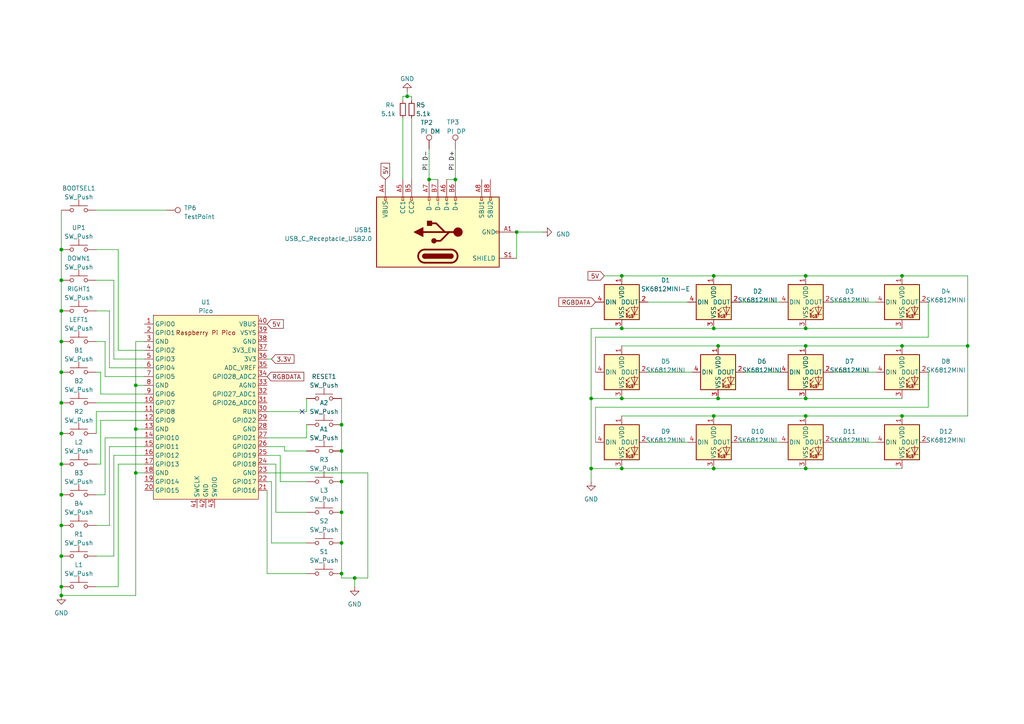
<source format=kicad_sch>
(kicad_sch (version 20230121) (generator eeschema)
  (paper "A4")
  (lib_symbols
    (symbol "Connector:TestPoint" (pin_numbers hide) (pin_names (offset 0.762) hide)
      (property "Reference" "TP" (at 0 6.858 0))
      (property "Value" "TestPoint" (at 0 5.08 0))
      (symbol "TestPoint_0_1"
        (circle (center 0 3.302) (radius 0.762))
      )
      (symbol "TestPoint_1_1"
        (pin passive line (at 0 0 90) (length 2.54) (name "1") (number "1"))
      )
    )
    (symbol "Connector:USB_C_Receptacle_USB2.0" (pin_names (offset 1.016))
      (property "Reference" "J" (at -10.16 19.05 0))
      (property "Value" "USB_C_Receptacle_USB2.0" (at 19.05 19.05 0))
      (symbol "USB_C_Receptacle_USB2.0_0_0"
        (rectangle (start -0.254 -17.78) (end 0.254 -16.764))
        (rectangle (start 10.16 -14.986) (end 9.144 -15.494))
        (rectangle (start 10.16 -12.446) (end 9.144 -12.954))
        (rectangle (start 10.16 -4.826) (end 9.144 -5.334))
        (rectangle (start 10.16 -2.286) (end 9.144 -2.794))
        (rectangle (start 10.16 0.254) (end 9.144 -0.254))
        (rectangle (start 10.16 2.794) (end 9.144 2.286))
        (rectangle (start 10.16 7.874) (end 9.144 7.366))
        (rectangle (start 10.16 10.414) (end 9.144 9.906))
        (rectangle (start 10.16 15.494) (end 9.144 14.986))
      )
      (symbol "USB_C_Receptacle_USB2.0_0_1"
        (rectangle (start -10.16 17.78) (end 10.16 -17.78) (stroke (width 0.254)) (fill (type background)))
        (arc (start -8.89 -3.81) (mid -6.985 -5.7067) (end -5.08 -3.81) (stroke (width 0.508)))
        (arc (start -7.62 -3.81) (mid -6.985 -4.4423) (end -6.35 -3.81) (stroke (width 0.254)))
        (arc (start -7.62 -3.81) (mid -6.985 -4.4423) (end -6.35 -3.81) (stroke (width 0.254)) (fill (type outline)))
        (rectangle (start -7.62 -3.81) (end -6.35 3.81) (stroke (width 0.254)) (fill (type outline)))
        (arc (start -6.35 3.81) (mid -6.985 4.4423) (end -7.62 3.81) (stroke (width 0.254)))
        (arc (start -6.35 3.81) (mid -6.985 4.4423) (end -7.62 3.81) (stroke (width 0.254)) (fill (type outline)))
        (arc (start -5.08 3.81) (mid -6.985 5.7067) (end -8.89 3.81) (stroke (width 0.508)))
        (circle (center -2.54 1.143) (radius 0.635) (stroke (width 0.254)) (fill (type outline)))
        (circle (center 0 -5.842) (radius 1.27) (fill (type outline)))
        (polyline (pts (xy -8.89 -3.81) (xy -8.89 3.81)) (stroke (width 0.508)))
        (polyline (pts (xy -5.08 3.81) (xy -5.08 -3.81)) (stroke (width 0.508)))
        (polyline (pts (xy 0 -5.842) (xy 0 4.318)) (stroke (width 0.508)))
        (polyline (pts (xy 0 -3.302) (xy -2.54 -0.762) (xy -2.54 0.508)) (stroke (width 0.508)))
        (polyline (pts (xy 0 -2.032) (xy 2.54 0.508) (xy 2.54 1.778)) (stroke (width 0.508)))
        (polyline (pts (xy -1.27 4.318) (xy 0 6.858) (xy 1.27 4.318) (xy -1.27 4.318)) (stroke (width 0.254)) (fill (type outline)))
        (rectangle (start 1.905 1.778) (end 3.175 3.048) (stroke (width 0.254)) (fill (type outline)))
      )
      (symbol "USB_C_Receptacle_USB2.0_1_1"
        (pin passive line (at 0 -22.86 90) (length 5.08) (name "GND") (number "A1"))
        (pin passive line (at 0 -22.86 90) (length 5.08) hide (name "GND") (number "A12"))
        (pin passive line (at 15.24 15.24 180) (length 5.08) (name "VBUS") (number "A4"))
        (pin bidirectional line (at 15.24 10.16 180) (length 5.08) (name "CC1") (number "A5"))
        (pin bidirectional line (at 15.24 -2.54 180) (length 5.08) (name "D+") (number "A6"))
        (pin bidirectional line (at 15.24 2.54 180) (length 5.08) (name "D-") (number "A7"))
        (pin bidirectional line (at 15.24 -12.7 180) (length 5.08) (name "SBU1") (number "A8"))
        (pin passive line (at 15.24 15.24 180) (length 5.08) hide (name "VBUS") (number "A9"))
        (pin passive line (at 0 -22.86 90) (length 5.08) hide (name "GND") (number "B1"))
        (pin passive line (at 0 -22.86 90) (length 5.08) hide (name "GND") (number "B12"))
        (pin passive line (at 15.24 15.24 180) (length 5.08) hide (name "VBUS") (number "B4"))
        (pin bidirectional line (at 15.24 7.62 180) (length 5.08) (name "CC2") (number "B5"))
        (pin bidirectional line (at 15.24 -5.08 180) (length 5.08) (name "D+") (number "B6"))
        (pin bidirectional line (at 15.24 0 180) (length 5.08) (name "D-") (number "B7"))
        (pin bidirectional line (at 15.24 -15.24 180) (length 5.08) (name "SBU2") (number "B8"))
        (pin passive line (at 15.24 15.24 180) (length 5.08) hide (name "VBUS") (number "B9"))
        (pin passive line (at -7.62 -22.86 90) (length 5.08) (name "SHIELD") (number "S1"))
      )
    )
    (symbol "Device:R_Small" (pin_numbers hide) (pin_names (offset 0.254) hide)
      (property "Reference" "R" (at 0.762 0.508 0))
      (property "Value" "R_Small" (at 0.762 -1.016 0))
      (symbol "R_Small_0_1"
        (rectangle (start -0.762 1.778) (end 0.762 -1.778) (stroke (width 0.2032)))
      )
      (symbol "R_Small_1_1"
        (pin passive line (at 0 2.54 270) (length 0.762) (name "~") (number "1"))
        (pin passive line (at 0 -2.54 90) (length 0.762) (name "~") (number "2"))
      )
    )
    (symbol "MCU_RaspberryPi_and_Boards:Pico"
      (property "Reference" "U" (at -13.97 27.94 0))
      (property "Value" "Pico" (at 0 19.05 0))
      (symbol "Pico_0_0"
        (text "Raspberry Pi Pico" (at 0 21.59 0) (effects (font (size 1.27 1.27))))
      )
      (symbol "Pico_0_1"
        (rectangle (start -15.24 26.67) (end 15.24 -26.67) (fill (type background)))
      )
      (symbol "Pico_1_1"
        (pin bidirectional line (at -17.78 24.13 0) (length 2.54) (name "GPIO0") (number "1"))
        (pin bidirectional line (at -17.78 1.27 0) (length 2.54) (name "GPIO7") (number "10"))
        (pin bidirectional line (at -17.78 -1.27 0) (length 2.54) (name "GPIO8") (number "11"))
        (pin bidirectional line (at -17.78 -3.81 0) (length 2.54) (name "GPIO9") (number "12"))
        (pin power_in line (at -17.78 -6.35 0) (length 2.54) (name "GND") (number "13"))
        (pin bidirectional line (at -17.78 -8.89 0) (length 2.54) (name "GPIO10") (number "14"))
        (pin bidirectional line (at -17.78 -11.43 0) (length 2.54) (name "GPIO11") (number "15"))
        (pin bidirectional line (at -17.78 -13.97 0) (length 2.54) (name "GPIO12") (number "16"))
        (pin bidirectional line (at -17.78 -16.51 0) (length 2.54) (name "GPIO13") (number "17"))
        (pin power_in line (at -17.78 -19.05 0) (length 2.54) (name "GND") (number "18"))
        (pin bidirectional line (at -17.78 -21.59 0) (length 2.54) (name "GPIO14") (number "19"))
        (pin bidirectional line (at -17.78 21.59 0) (length 2.54) (name "GPIO1") (number "2"))
        (pin bidirectional line (at -17.78 -24.13 0) (length 2.54) (name "GPIO15") (number "20"))
        (pin bidirectional line (at 17.78 -24.13 180) (length 2.54) (name "GPIO16") (number "21"))
        (pin bidirectional line (at 17.78 -21.59 180) (length 2.54) (name "GPIO17") (number "22"))
        (pin power_in line (at 17.78 -19.05 180) (length 2.54) (name "GND") (number "23"))
        (pin bidirectional line (at 17.78 -16.51 180) (length 2.54) (name "GPIO18") (number "24"))
        (pin bidirectional line (at 17.78 -13.97 180) (length 2.54) (name "GPIO19") (number "25"))
        (pin bidirectional line (at 17.78 -11.43 180) (length 2.54) (name "GPIO20") (number "26"))
        (pin bidirectional line (at 17.78 -8.89 180) (length 2.54) (name "GPIO21") (number "27"))
        (pin power_in line (at 17.78 -6.35 180) (length 2.54) (name "GND") (number "28"))
        (pin bidirectional line (at 17.78 -3.81 180) (length 2.54) (name "GPIO22") (number "29"))
        (pin power_in line (at -17.78 19.05 0) (length 2.54) (name "GND") (number "3"))
        (pin input line (at 17.78 -1.27 180) (length 2.54) (name "RUN") (number "30"))
        (pin bidirectional line (at 17.78 1.27 180) (length 2.54) (name "GPIO26_ADC0") (number "31"))
        (pin bidirectional line (at 17.78 3.81 180) (length 2.54) (name "GPIO27_ADC1") (number "32"))
        (pin power_in line (at 17.78 6.35 180) (length 2.54) (name "AGND") (number "33"))
        (pin bidirectional line (at 17.78 8.89 180) (length 2.54) (name "GPIO28_ADC2") (number "34"))
        (pin power_in line (at 17.78 11.43 180) (length 2.54) (name "ADC_VREF") (number "35"))
        (pin power_in line (at 17.78 13.97 180) (length 2.54) (name "3V3") (number "36"))
        (pin input line (at 17.78 16.51 180) (length 2.54) (name "3V3_EN") (number "37"))
        (pin bidirectional line (at 17.78 19.05 180) (length 2.54) (name "GND") (number "38"))
        (pin power_in line (at 17.78 21.59 180) (length 2.54) (name "VSYS") (number "39"))
        (pin bidirectional line (at -17.78 16.51 0) (length 2.54) (name "GPIO2") (number "4"))
        (pin power_in line (at 17.78 24.13 180) (length 2.54) (name "VBUS") (number "40"))
        (pin input line (at -2.54 -29.21 90) (length 2.54) (name "SWCLK") (number "41"))
        (pin power_in line (at 0 -29.21 90) (length 2.54) (name "GND") (number "42"))
        (pin bidirectional line (at 2.54 -29.21 90) (length 2.54) (name "SWDIO") (number "43"))
        (pin bidirectional line (at -17.78 13.97 0) (length 2.54) (name "GPIO3") (number "5"))
        (pin bidirectional line (at -17.78 11.43 0) (length 2.54) (name "GPIO4") (number "6"))
        (pin bidirectional line (at -17.78 8.89 0) (length 2.54) (name "GPIO5") (number "7"))
        (pin power_in line (at -17.78 6.35 0) (length 2.54) (name "GND") (number "8"))
        (pin bidirectional line (at -17.78 3.81 0) (length 2.54) (name "GPIO6") (number "9"))
      )
    )
    (symbol "ManaBoard:SK6812MINI-E" (pin_names (offset 0.254))
      (property "Reference" "D" (at 5.08 5.715 0))
      (property "Value" "SK6812MINI-E" (at 1.27 -5.715 0))
      (symbol "SK6812MINI-E_0_0"
        (text "RGB" (at 2.286 -4.191 0) (effects (font (size 0.762 0.762))))
      )
      (symbol "SK6812MINI-E_0_1"
        (polyline (pts (xy 1.27 -3.556) (xy 1.778 -3.556)))
        (polyline (pts (xy 1.27 -2.54) (xy 1.778 -2.54)))
        (polyline (pts (xy 4.699 -3.556) (xy 2.667 -3.556)))
        (polyline (pts (xy 2.286 -2.54) (xy 1.27 -3.556) (xy 1.27 -3.048)))
        (polyline (pts (xy 2.286 -1.524) (xy 1.27 -2.54) (xy 1.27 -2.032)))
        (polyline (pts (xy 3.683 -1.016) (xy 3.683 -3.556) (xy 3.683 -4.064)))
        (polyline (pts (xy 4.699 -1.524) (xy 2.667 -1.524) (xy 3.683 -3.556) (xy 4.699 -1.524)))
        (rectangle (start 5.08 5.08) (end -5.08 -5.08) (stroke (width 0.254)) (fill (type background)))
      )
      (symbol "SK6812MINI-E_1_1"
        (pin power_in line (at 0 7.62 270) (length 2.54) (name "VDD") (number "1"))
        (pin output line (at 7.62 0 180) (length 2.54) (name "DOUT") (number "2"))
        (pin power_in line (at 0 -7.62 90) (length 2.54) (name "VSS") (number "3"))
        (pin input line (at -7.62 0 0) (length 2.54) (name "DIN") (number "4"))
      )
    )
    (symbol "Switch:SW_Push" (pin_numbers hide) (pin_names (offset 1.016) hide)
      (property "Reference" "SW" (at 1.27 2.54 0))
      (property "Value" "SW_Push" (at 0 -1.524 0))
      (symbol "SW_Push_0_1"
        (circle (center -2.032 0) (radius 0.508))
        (polyline (pts (xy 0 1.27) (xy 0 3.048)))
        (polyline (pts (xy 2.54 1.27) (xy -2.54 1.27)))
        (circle (center 2.032 0) (radius 0.508))
        (pin passive line (at -5.08 0 0) (length 2.54) (name "1") (number "1"))
        (pin passive line (at 5.08 0 180) (length 2.54) (name "2") (number "2"))
      )
    )
    (symbol "power:GND" (power) (pin_names (offset 0))
      (property "Value" "GND" (at 0 -3.81 0))
      (symbol "GND_0_1"
        (polyline (pts (xy 0 0) (xy 0 -1.27) (xy 1.27 -1.27) (xy 0 -2.54) (xy -1.27 -1.27) (xy 0 -1.27)))
      )
      (symbol "GND_1_1"
        (pin power_in line (at 0 0 270) (length 0) hide (name "GND") (number "1"))
      )
    )
  )
  (junction (at 233.68 100.33))
  (junction (at 39.37 111.76))
  (junction (at 180.34 115.57))
  (junction (at 132.08 52.07))
  (junction (at 233.68 95.25))
  (junction (at 261.62 100.33))
  (junction (at 17.78 99.06))
  (junction (at 208.28 100.33))
  (junction (at 17.78 170.18))
  (junction (at 99.06 130.81))
  (junction (at 17.78 90.17))
  (junction (at 261.62 120.65))
  (junction (at 233.68 115.57))
  (junction (at 17.78 125.73))
  (junction (at 180.34 95.25))
  (junction (at 261.62 80.01))
  (junction (at 180.34 135.89))
  (junction (at 171.45 115.57))
  (junction (at 17.78 161.29))
  (junction (at 99.06 139.7))
  (junction (at 233.68 120.65))
  (junction (at 17.78 152.4))
  (junction (at 207.01 95.25))
  (junction (at 17.78 172.72))
  (junction (at 99.06 157.48))
  (junction (at 102.87 167.64))
  (junction (at 99.06 123.19))
  (junction (at 208.28 115.57))
  (junction (at 39.37 124.46))
  (junction (at 17.78 116.84))
  (junction (at 17.78 107.95))
  (junction (at 180.34 80.01))
  (junction (at 207.01 80.01))
  (junction (at 17.78 72.39))
  (junction (at 171.45 135.89))
  (junction (at 118.11 27.94))
  (junction (at 233.68 80.01))
  (junction (at 149.86 67.31))
  (junction (at 207.01 120.65))
  (junction (at 280.67 100.33))
  (junction (at 207.01 135.89))
  (junction (at 124.46 52.07))
  (junction (at 99.06 166.37))
  (junction (at 99.06 148.59))
  (junction (at 233.68 135.89))
  (junction (at 17.78 81.28))
  (junction (at 17.78 143.51))
  (junction (at 17.78 134.62))
  (junction (at 39.37 137.16))
  (no_connect (at 87.63 119.38))
  (wire (pts (xy 187.96 87.63) (xy 199.39 87.63)))
  (wire (pts (xy 34.29 170.18) (xy 27.94 170.18)))
  (wire (pts (xy 280.67 100.33) (xy 280.67 120.65)))
  (wire (pts (xy 81.28 132.08) (xy 77.47 132.08)))
  (wire (pts (xy 172.72 118.11) (xy 172.72 128.27)))
  (wire (pts (xy 269.24 97.79) (xy 172.72 97.79)))
  (wire (pts (xy 208.28 115.57) (xy 180.34 115.57)))
  (wire (pts (xy 17.78 134.62) (xy 17.78 143.51)))
  (wire (pts (xy 180.34 80.01) (xy 207.01 80.01)))
  (wire (pts (xy 99.06 115.57) (xy 99.06 123.19)))
  (wire (pts (xy 77.47 142.24) (xy 77.47 166.37)))
  (wire (pts (xy 17.78 99.06) (xy 17.78 107.95)))
  (wire (pts (xy 233.68 120.65) (xy 261.62 120.65)))
  (wire (pts (xy 99.06 123.19) (xy 99.06 130.81)))
  (wire (pts (xy 187.96 128.27) (xy 199.39 128.27)))
  (wire (pts (xy 119.38 27.94) (xy 119.38 29.21)))
  (wire (pts (xy 30.48 127) (xy 41.91 127)))
  (wire (pts (xy 31.75 152.4) (xy 27.94 152.4)))
  (wire (pts (xy 41.91 124.46) (xy 39.37 124.46)))
  (wire (pts (xy 149.86 67.31) (xy 157.48 67.31)))
  (wire (pts (xy 180.34 135.89) (xy 207.01 135.89)))
  (wire (pts (xy 31.75 106.68) (xy 31.75 90.17)))
  (wire (pts (xy 34.29 72.39) (xy 34.29 101.6)))
  (wire (pts (xy 82.55 130.81) (xy 88.9 130.81)))
  (wire (pts (xy 39.37 99.06) (xy 39.37 111.76)))
  (wire (pts (xy 27.94 72.39) (xy 34.29 72.39)))
  (wire (pts (xy 261.62 100.33) (xy 280.67 100.33)))
  (wire (pts (xy 116.84 27.94) (xy 116.84 29.21)))
  (wire (pts (xy 233.68 80.01) (xy 261.62 80.01)))
  (wire (pts (xy 99.06 166.37) (xy 99.06 167.64)))
  (wire (pts (xy 171.45 115.57) (xy 180.34 115.57)))
  (wire (pts (xy 82.55 129.54) (xy 82.55 130.81)))
  (wire (pts (xy 180.34 95.25) (xy 171.45 95.25)))
  (wire (pts (xy 27.94 143.51) (xy 30.48 143.51)))
  (wire (pts (xy 119.38 34.29) (xy 119.38 52.07)))
  (wire (pts (xy 17.78 107.95) (xy 17.78 116.84)))
  (wire (pts (xy 29.21 134.62) (xy 27.94 134.62)))
  (wire (pts (xy 17.78 161.29) (xy 17.78 170.18)))
  (wire (pts (xy 269.24 87.63) (xy 269.24 97.79)))
  (wire (pts (xy 33.02 161.29) (xy 33.02 132.08)))
  (wire (pts (xy 88.9 157.48) (xy 78.74 157.48)))
  (wire (pts (xy 17.78 125.73) (xy 17.78 134.62)))
  (wire (pts (xy 29.21 107.95) (xy 29.21 114.3)))
  (wire (pts (xy 118.11 26.67) (xy 118.11 27.94)))
  (wire (pts (xy 80.01 134.62) (xy 80.01 148.59)))
  (wire (pts (xy 30.48 143.51) (xy 30.48 127)))
  (wire (pts (xy 241.3 87.63) (xy 254 87.63)))
  (wire (pts (xy 41.91 111.76) (xy 39.37 111.76)))
  (wire (pts (xy 99.06 139.7) (xy 99.06 148.59)))
  (wire (pts (xy 102.87 167.64) (xy 102.87 170.18)))
  (wire (pts (xy 88.9 139.7) (xy 81.28 139.7)))
  (wire (pts (xy 30.48 99.06) (xy 30.48 109.22)))
  (wire (pts (xy 180.34 120.65) (xy 207.01 120.65)))
  (wire (pts (xy 207.01 80.01) (xy 233.68 80.01)))
  (wire (pts (xy 99.06 130.81) (xy 99.06 139.7)))
  (wire (pts (xy 208.28 100.33) (xy 180.34 100.33)))
  (wire (pts (xy 171.45 135.89) (xy 171.45 139.7)))
  (wire (pts (xy 27.94 125.73) (xy 27.94 119.38)))
  (wire (pts (xy 29.21 114.3) (xy 41.91 114.3)))
  (wire (pts (xy 34.29 134.62) (xy 34.29 170.18)))
  (wire (pts (xy 77.47 134.62) (xy 80.01 134.62)))
  (wire (pts (xy 33.02 132.08) (xy 41.91 132.08)))
  (wire (pts (xy 215.9 107.95) (xy 226.06 107.95)))
  (wire (pts (xy 39.37 172.72) (xy 17.78 172.72)))
  (wire (pts (xy 17.78 116.84) (xy 17.78 125.73)))
  (wire (pts (xy 77.47 119.38) (xy 88.9 119.38)))
  (wire (pts (xy 124.46 43.18) (xy 124.46 52.07)))
  (wire (pts (xy 102.87 167.64) (xy 106.68 167.64)))
  (wire (pts (xy 171.45 135.89) (xy 180.34 135.89)))
  (wire (pts (xy 31.75 129.54) (xy 31.75 152.4)))
  (wire (pts (xy 233.68 95.25) (xy 207.01 95.25)))
  (wire (pts (xy 99.06 148.59) (xy 99.06 157.48)))
  (wire (pts (xy 27.94 161.29) (xy 33.02 161.29)))
  (wire (pts (xy 132.08 43.18) (xy 132.08 52.07)))
  (wire (pts (xy 33.02 104.14) (xy 41.91 104.14)))
  (wire (pts (xy 116.84 27.94) (xy 118.11 27.94)))
  (wire (pts (xy 33.02 81.28) (xy 27.94 81.28)))
  (wire (pts (xy 280.67 120.65) (xy 261.62 120.65)))
  (wire (pts (xy 81.28 139.7) (xy 81.28 132.08)))
  (wire (pts (xy 17.78 81.28) (xy 17.78 90.17)))
  (wire (pts (xy 172.72 97.79) (xy 172.72 107.95)))
  (wire (pts (xy 149.86 67.31) (xy 149.86 74.93)))
  (wire (pts (xy 27.94 107.95) (xy 29.21 107.95)))
  (wire (pts (xy 171.45 95.25) (xy 171.45 115.57)))
  (wire (pts (xy 106.68 137.16) (xy 106.68 167.64)))
  (wire (pts (xy 116.84 34.29) (xy 116.84 52.07)))
  (wire (pts (xy 31.75 129.54) (xy 41.91 129.54)))
  (wire (pts (xy 207.01 120.65) (xy 233.68 120.65)))
  (wire (pts (xy 280.67 80.01) (xy 280.67 100.33)))
  (wire (pts (xy 124.46 52.07) (xy 127 52.07)))
  (wire (pts (xy 39.37 124.46) (xy 39.37 137.16)))
  (wire (pts (xy 80.01 148.59) (xy 88.9 148.59)))
  (wire (pts (xy 261.62 135.89) (xy 233.68 135.89)))
  (wire (pts (xy 27.94 60.96) (xy 48.26 60.96)))
  (wire (pts (xy 17.78 170.18) (xy 17.78 172.72)))
  (wire (pts (xy 27.94 99.06) (xy 30.48 99.06)))
  (wire (pts (xy 17.78 143.51) (xy 17.78 152.4)))
  (wire (pts (xy 99.06 167.64) (xy 102.87 167.64)))
  (wire (pts (xy 77.47 166.37) (xy 88.9 166.37)))
  (wire (pts (xy 34.29 134.62) (xy 41.91 134.62)))
  (wire (pts (xy 30.48 109.22) (xy 41.91 109.22)))
  (wire (pts (xy 233.68 115.57) (xy 261.62 115.57)))
  (wire (pts (xy 269.24 118.11) (xy 172.72 118.11)))
  (wire (pts (xy 233.68 100.33) (xy 261.62 100.33)))
  (wire (pts (xy 261.62 80.01) (xy 280.67 80.01)))
  (wire (pts (xy 171.45 115.57) (xy 171.45 135.89)))
  (wire (pts (xy 233.68 95.25) (xy 261.62 95.25)))
  (wire (pts (xy 17.78 152.4) (xy 17.78 161.29)))
  (wire (pts (xy 29.21 121.92) (xy 29.21 134.62)))
  (wire (pts (xy 214.63 128.27) (xy 226.06 128.27)))
  (wire (pts (xy 241.3 107.95) (xy 254 107.95)))
  (wire (pts (xy 41.91 137.16) (xy 39.37 137.16)))
  (wire (pts (xy 27.94 116.84) (xy 41.91 116.84)))
  (wire (pts (xy 241.3 128.27) (xy 254 128.27)))
  (wire (pts (xy 31.75 106.68) (xy 41.91 106.68)))
  (wire (pts (xy 77.47 137.16) (xy 106.68 137.16)))
  (wire (pts (xy 31.75 90.17) (xy 27.94 90.17)))
  (wire (pts (xy 118.11 27.94) (xy 119.38 27.94)))
  (wire (pts (xy 17.78 90.17) (xy 17.78 99.06)))
  (wire (pts (xy 77.47 129.54) (xy 82.55 129.54)))
  (wire (pts (xy 88.9 119.38) (xy 88.9 115.57)))
  (wire (pts (xy 180.34 95.25) (xy 207.01 95.25)))
  (wire (pts (xy 39.37 137.16) (xy 39.37 172.72)))
  (wire (pts (xy 27.94 119.38) (xy 41.91 119.38)))
  (wire (pts (xy 77.47 127) (xy 88.9 127)))
  (wire (pts (xy 187.96 107.95) (xy 200.66 107.95)))
  (wire (pts (xy 233.68 135.89) (xy 207.01 135.89)))
  (wire (pts (xy 33.02 81.28) (xy 33.02 104.14)))
  (wire (pts (xy 39.37 111.76) (xy 39.37 124.46)))
  (wire (pts (xy 208.28 100.33) (xy 233.68 100.33)))
  (wire (pts (xy 78.74 157.48) (xy 78.74 139.7)))
  (wire (pts (xy 88.9 123.19) (xy 88.9 127)))
  (wire (pts (xy 78.74 139.7) (xy 77.47 139.7)))
  (wire (pts (xy 17.78 72.39) (xy 17.78 81.28)))
  (wire (pts (xy 269.24 107.95) (xy 269.24 118.11)))
  (wire (pts (xy 34.29 101.6) (xy 41.91 101.6)))
  (wire (pts (xy 129.54 52.07) (xy 132.08 52.07)))
  (wire (pts (xy 41.91 99.06) (xy 39.37 99.06)))
  (wire (pts (xy 77.47 104.14) (xy 78.74 104.14)))
  (wire (pts (xy 175.26 80.01) (xy 180.34 80.01)))
  (wire (pts (xy 214.63 87.63) (xy 226.06 87.63)))
  (wire (pts (xy 17.78 60.96) (xy 17.78 72.39)))
  (wire (pts (xy 29.21 121.92) (xy 41.91 121.92)))
  (wire (pts (xy 208.28 115.57) (xy 233.68 115.57)))
  (wire (pts (xy 99.06 157.48) (xy 99.06 166.37)))
  (label "Pi D-" (at 124.46 49.53 90))
  (label "Pi D+" (at 132.08 49.53 90))
  (global_label "5V" (shape input) (at 77.47 93.98 0) (property "Intersheetrefs" "${INTERSHEET_REFS}" (effects hide)))
  (global_label "5V" (shape input) (at 111.76 52.07 90) (property "Intersheetrefs" "${INTERSHEET_REFS}" (effects hide)))
  (global_label "3.3V" (shape input) (at 78.74 104.14 0) (property "Intersheetrefs" "${INTERSHEET_REFS}" (effects hide)))
  (global_label "RGBDATA" (shape input) (at 172.72 87.63 180) (property "Intersheetrefs" "${INTERSHEET_REFS}" (effects hide)))
  (global_label "RGBDATA" (shape input) (at 77.47 109.22 0) (property "Intersheetrefs" "${INTERSHEET_REFS}" (effects hide)))
  (global_label "5V" (shape input) (at 175.26 80.01 180) (property "Intersheetrefs" "${INTERSHEET_REFS}" (effects hide)))
  (symbol (lib_id "Switch:SW_Push") (at 93.98 139.7 0) (unit 1)
    (property "Reference" "R3" (at 93.98 133.35 0))
    (property "Value" "SW_Push" (at 93.98 135.89 0))
    (property "Footprint" "Button_Switch_THT:SW_PUSH_6mm_H4.3mm" (effects hide))
  )
  (symbol (lib_id "ManaBoard:SK6812MINI-E") (at 261.62 87.63 0) (unit 1)
    (property "Reference" "D4" (at 274.32 84.5059 0))
    (property "Value" "SK6812MINI" (at 274.32 87.0459 0))
    (property "Footprint" "Keebio-Parts:SK6812-MINI-E" (effects hide))
    (property "Datasheet" "https://cdn-shop.adafruit.com/product-files/4960/4960_SK6812MINI-E_REV02_EN.pdf" (effects hide))
  )
  (symbol (lib_id "Switch:SW_Push") (at 93.98 123.19 0) (unit 1)
    (property "Reference" "A2" (at 93.98 116.84 0))
    (property "Value" "SW_Push" (at 93.98 119.38 0))
    (property "Footprint" "Button_Switch_THT:SW_PUSH_6mm_H4.3mm" (effects hide))
  )
  (symbol (lib_id "ManaBoard:SK6812MINI-E") (at 233.68 87.63 0) (unit 1)
    (property "Reference" "D3" (at 246.38 84.5059 0))
    (property "Value" "SK6812MINI" (at 246.38 87.0459 0))
    (property "Footprint" "Keebio-Parts:SK6812-MINI-E" (effects hide))
    (property "Datasheet" "https://cdn-shop.adafruit.com/product-files/4960/4960_SK6812MINI-E_REV02_EN.pdf" (effects hide))
  )
  (symbol (lib_id "Switch:SW_Push") (at 22.86 99.06 0) (unit 1)
    (property "Reference" "LEFT1" (at 22.86 92.71 0))
    (property "Value" "SW_Push" (at 22.86 95.25 0))
    (property "Footprint" "Switch_Keyboard_Kailh:SW_Kailh_Choc_V2_1.00u" (effects hide))
  )
  (symbol (lib_id "Connector:TestPoint") (at 132.08 43.18 0) (unit 1)
    (property "Reference" "TP3" (at 129.54 35.433 0) (effects (justify left)))
    (property "Value" "PI DP" (at 129.54 38.1 0) (effects (justify left)))
    (property "Footprint" "TestPoint:TestPoint_THTPad_1.0x1.0mm_Drill0.5mm" (effects hide))
  )
  (symbol (lib_id "ManaBoard:SK6812MINI-E") (at 180.34 107.95 0) (unit 1)
    (property "Reference" "D5" (at 193.04 104.8259 0))
    (property "Value" "SK6812MINI" (at 193.04 107.3659 0))
    (property "Footprint" "Keebio-Parts:SK6812-MINI-E" (effects hide))
    (property "Datasheet" "https://cdn-shop.adafruit.com/product-files/4960/4960_SK6812MINI-E_REV02_EN.pdf" (effects hide))
  )
  (symbol (lib_id "power:GND") (at 171.45 139.7 0) (unit 1)
    (property "Reference" "#PWR04" (effects hide))
    (property "Value" "GND" (at 171.45 144.78 0))
  )
  (symbol (lib_id "ManaBoard:SK6812MINI-E") (at 233.68 128.27 0) (unit 1)
    (property "Reference" "D11" (at 246.38 125.1459 0))
    (property "Value" "SK6812MINI" (at 246.38 127.6859 0))
    (property "Footprint" "Keebio-Parts:SK6812-MINI-E" (effects hide))
    (property "Datasheet" "https://cdn-shop.adafruit.com/product-files/4960/4960_SK6812MINI-E_REV02_EN.pdf" (effects hide))
  )
  (symbol (lib_id "Switch:SW_Push") (at 93.98 148.59 0) (unit 1)
    (property "Reference" "L3" (at 93.98 142.24 0))
    (property "Value" "SW_Push" (at 93.98 144.78 0))
    (property "Footprint" "Button_Switch_THT:SW_PUSH_6mm_H4.3mm" (effects hide))
  )
  (symbol (lib_id "Switch:SW_Push") (at 22.86 107.95 0) (unit 1)
    (property "Reference" "B1" (at 22.86 101.6 0))
    (property "Value" "SW_Push" (at 22.86 104.14 0))
    (property "Footprint" "Switch_Keyboard_Kailh:SW_Kailh_Choc_V2_1.00u" (effects hide))
  )
  (symbol (lib_id "Switch:SW_Push") (at 22.86 143.51 0) (unit 1)
    (property "Reference" "B3" (at 22.86 137.16 0))
    (property "Value" "SW_Push" (at 22.86 139.7 0))
    (property "Footprint" "Switch_Keyboard_Kailh:SW_Kailh_Choc_V2_1.00u" (effects hide))
  )
  (symbol (lib_id "Switch:SW_Push") (at 22.86 170.18 0) (unit 1)
    (property "Reference" "L1" (at 22.86 163.83 0))
    (property "Value" "SW_Push" (at 22.86 166.37 0))
    (property "Footprint" "Switch_Keyboard_Kailh:SW_Kailh_Choc_V2_1.00u" (effects hide))
  )
  (symbol (lib_id "ManaBoard:SK6812MINI-E") (at 261.62 128.27 0) (unit 1)
    (property "Reference" "D12" (at 274.32 125.1459 0))
    (property "Value" "SK6812MINI" (at 274.32 127.6859 0))
    (property "Footprint" "Keebio-Parts:SK6812-MINI-E" (effects hide))
    (property "Datasheet" "https://cdn-shop.adafruit.com/product-files/4960/4960_SK6812MINI-E_REV02_EN.pdf" (effects hide))
  )
  (symbol (lib_id "ManaBoard:SK6812MINI-E") (at 233.68 107.95 0) (unit 1)
    (property "Reference" "D7" (at 246.38 104.8259 0))
    (property "Value" "SK6812MINI" (at 246.38 107.3659 0))
    (property "Footprint" "Keebio-Parts:SK6812-MINI-E" (effects hide))
    (property "Datasheet" "https://cdn-shop.adafruit.com/product-files/4960/4960_SK6812MINI-E_REV02_EN.pdf" (effects hide))
  )
  (symbol (lib_id "ManaBoard:SK6812MINI-E") (at 180.34 128.27 0) (unit 1)
    (property "Reference" "D9" (at 193.04 125.1459 0))
    (property "Value" "SK6812MINI" (at 193.04 127.6859 0))
    (property "Footprint" "Keebio-Parts:SK6812-MINI-E" (effects hide))
    (property "Datasheet" "https://cdn-shop.adafruit.com/product-files/4960/4960_SK6812MINI-E_REV02_EN.pdf" (effects hide))
  )
  (symbol (lib_id "ManaBoard:SK6812MINI-E") (at 207.01 87.63 0) (unit 1)
    (property "Reference" "D2" (at 219.71 84.5059 0))
    (property "Value" "SK6812MINI" (at 219.71 87.0459 0))
    (property "Footprint" "Keebio-Parts:SK6812-MINI-E" (effects hide))
    (property "Datasheet" "https://cdn-shop.adafruit.com/product-files/4960/4960_SK6812MINI-E_REV02_EN.pdf" (effects hide))
  )
  (symbol (lib_id "Device:R_Small") (at 119.38 31.75 0) (unit 1)
    (property "Reference" "R5" (at 120.65 30.48 0) (effects (justify left)))
    (property "Value" "5.1k" (at 120.65 33.02 0) (effects (justify left)))
    (property "Footprint" "Resistor_SMD:R_1206_3216Metric_Pad1.30x1.75mm_HandSolder" (effects hide))
  )
  (symbol (lib_id "Switch:SW_Push") (at 22.86 60.96 0) (unit 1)
    (property "Reference" "BOOTSEL1" (at 22.86 54.61 0))
    (property "Value" "SW_Push" (at 22.86 57.15 0))
    (property "Footprint" "Button_Switch_SMD:SW_Push_1P1T_XKB_TS-1187A" (effects hide))
  )
  (symbol (lib_id "Switch:SW_Push") (at 22.86 81.28 0) (unit 1)
    (property "Reference" "DOWN1" (at 22.86 74.93 0))
    (property "Value" "SW_Push" (at 22.86 77.47 0))
    (property "Footprint" "Switch_Keyboard_Kailh:SW_Kailh_Choc_V2_1.00u" (effects hide))
  )
  (symbol (lib_id "ManaBoard:SK6812MINI-E") (at 261.62 107.95 0) (unit 1)
    (property "Reference" "D8" (at 274.32 104.8259 0))
    (property "Value" "SK6812MINI" (at 274.32 107.3659 0))
    (property "Footprint" "Keebio-Parts:SK6812-MINI-E" (effects hide))
    (property "Datasheet" "https://cdn-shop.adafruit.com/product-files/4960/4960_SK6812MINI-E_REV02_EN.pdf" (effects hide))
  )
  (symbol (lib_id "Switch:SW_Push") (at 22.86 152.4 0) (unit 1)
    (property "Reference" "B4" (at 22.86 146.05 0))
    (property "Value" "SW_Push" (at 22.86 148.59 0))
    (property "Footprint" "Switch_Keyboard_Kailh:SW_Kailh_Choc_V2_1.00u" (effects hide))
  )
  (symbol (lib_id "Switch:SW_Push") (at 93.98 115.57 0) (unit 1)
    (property "Reference" "RESET1" (at 93.98 109.22 0))
    (property "Value" "SW_Push" (at 93.98 111.76 0))
    (property "Footprint" "Button_Switch_SMD:SW_Push_1P1T_XKB_TS-1187A" (effects hide))
  )
  (symbol (lib_id "Connector:TestPoint") (at 124.46 43.18 0) (unit 1)
    (property "Reference" "TP2" (at 121.92 35.56 0) (effects (justify left)))
    (property "Value" "PI DM" (at 121.92 38.1 0) (effects (justify left)))
    (property "Footprint" "TestPoint:TestPoint_THTPad_1.0x1.0mm_Drill0.5mm" (effects hide))
  )
  (symbol (lib_id "Switch:SW_Push") (at 93.98 166.37 0) (unit 1)
    (property "Reference" "S1" (at 93.98 160.02 0))
    (property "Value" "SW_Push" (at 93.98 162.56 0))
    (property "Footprint" "Button_Switch_THT:SW_PUSH_6mm_H4.3mm" (effects hide))
  )
  (symbol (lib_id "ManaBoard:SK6812MINI-E") (at 208.28 107.95 0) (unit 1)
    (property "Reference" "D6" (at 220.98 104.8259 0))
    (property "Value" "SK6812MINI" (at 220.98 107.3659 0))
    (property "Footprint" "Keebio-Parts:SK6812-MINI-E" (effects hide))
    (property "Datasheet" "https://cdn-shop.adafruit.com/product-files/4960/4960_SK6812MINI-E_REV02_EN.pdf" (effects hide))
  )
  (symbol (lib_id "MCU_RaspberryPi_and_Boards:Pico") (at 59.69 118.11 0) (unit 1)
    (property "Reference" "U1" (at 59.69 87.63 0))
    (property "Value" "Pico" (at 59.69 90.17 0))
    (property "Footprint" "MCU_RaspberryPi_and_Boards:RPi_Pico_SMD_TH" (effects hide))
  )
  (symbol (lib_id "Switch:SW_Push") (at 22.86 90.17 0) (unit 1)
    (property "Reference" "RIGHT1" (at 22.86 83.82 0))
    (property "Value" "SW_Push" (at 22.86 86.36 0))
    (property "Footprint" "Switch_Keyboard_Kailh:SW_Kailh_Choc_V2_1.00u" (effects hide))
  )
  (symbol (lib_id "Connector:USB_C_Receptacle_USB2.0") (at 127 67.31 90) (unit 1)
    (property "Reference" "USB1" (at 107.95 66.675 90) (effects (justify left)))
    (property "Value" "USB_C_Receptacle_USB2.0" (at 107.95 69.215 90) (effects (justify left)))
    (property "Footprint" "Connector_USB:USB_C_Receptacle_GCT_USB4105-xx-A_16P_TopMnt_Horizontal" (effects hide))
    (property "Datasheet" "https://www.usb.org/sites/default/files/documents/usb_type-c.zip" (effects hide))
  )
  (symbol (lib_id "Switch:SW_Push") (at 22.86 125.73 0) (unit 1)
    (property "Reference" "R2" (at 22.86 119.38 0))
    (property "Value" "SW_Push" (at 22.86 121.92 0))
    (property "Footprint" "Switch_Keyboard_Kailh:SW_Kailh_Choc_V2_1.00u" (effects hide))
  )
  (symbol (lib_id "power:GND") (at 118.11 26.67 180) (unit 1)
    (property "Reference" "#PWR05" (effects hide))
    (property "Value" "GND" (at 118.11 22.86 0))
  )
  (symbol (lib_id "Switch:SW_Push") (at 22.86 72.39 0) (unit 1)
    (property "Reference" "UP1" (at 22.86 66.04 0))
    (property "Value" "SW_Push" (at 22.86 68.58 0))
    (property "Footprint" "Switch_Keyboard_Kailh:SW_Kailh_Choc_V2_1.00u" (effects hide))
  )
  (symbol (lib_id "Switch:SW_Push") (at 22.86 116.84 0) (unit 1)
    (property "Reference" "B2" (at 22.86 110.49 0))
    (property "Value" "SW_Push" (at 22.86 113.03 0))
    (property "Footprint" "Switch_Keyboard_Kailh:SW_Kailh_Choc_V2_1.00u" (effects hide))
  )
  (symbol (lib_id "power:GND") (at 17.78 172.72 0) (unit 1)
    (property "Reference" "#PWR01" (effects hide))
    (property "Value" "GND" (at 17.78 177.8 0))
  )
  (symbol (lib_id "Switch:SW_Push") (at 22.86 161.29 0) (unit 1)
    (property "Reference" "R1" (at 22.86 154.94 0))
    (property "Value" "SW_Push" (at 22.86 157.48 0))
    (property "Footprint" "Switch_Keyboard_Kailh:SW_Kailh_Choc_V2_1.00u" (effects hide))
  )
  (symbol (lib_id "power:GND") (at 102.87 170.18 0) (unit 1)
    (property "Reference" "#PWR02" (effects hide))
    (property "Value" "GND" (at 102.87 175.26 0))
  )
  (symbol (lib_id "Connector:TestPoint") (at 48.26 60.96 270) (unit 1)
    (property "Reference" "TP6" (at 53.34 60.325 90) (effects (justify left)))
    (property "Value" "TestPoint" (at 53.34 62.865 90) (effects (justify left)))
    (property "Footprint" "TestPoint:TestPoint_THTPad_1.0x1.0mm_Drill0.5mm" (effects hide))
  )
  (symbol (lib_id "Switch:SW_Push") (at 22.86 134.62 0) (unit 1)
    (property "Reference" "L2" (at 22.86 128.27 0))
    (property "Value" "SW_Push" (at 22.86 130.81 0))
    (property "Footprint" "Switch_Keyboard_Kailh:SW_Kailh_Choc_V2_1.00u" (effects hide))
  )
  (symbol (lib_id "Switch:SW_Push") (at 93.98 157.48 0) (unit 1)
    (property "Reference" "S2" (at 93.98 151.13 0))
    (property "Value" "SW_Push" (at 93.98 153.67 0))
    (property "Footprint" "Button_Switch_THT:SW_PUSH_6mm_H4.3mm" (effects hide))
  )
  (symbol (lib_id "power:GND") (at 157.48 67.31 90) (unit 1)
    (property "Reference" "#PWR03" (effects hide))
    (property "Value" "GND" (at 161.29 67.945 90) (effects (justify right)))
  )
  (symbol (lib_id "ManaBoard:SK6812MINI-E") (at 180.34 87.63 0) (unit 1)
    (property "Reference" "D1" (at 193.04 81.28 0))
    (property "Value" "SK6812MINI-E" (at 193.04 83.82 0))
    (property "Footprint" "Keebio-Parts:SK6812-MINI-E" (effects hide))
    (property "Datasheet" "https://cdn-shop.adafruit.com/product-files/4960/4960_SK6812MINI-E_REV02_EN.pdf" (effects hide))
  )
  (symbol (lib_id "Switch:SW_Push") (at 93.98 130.81 0) (unit 1)
    (property "Reference" "A1" (at 93.98 124.46 0))
    (property "Value" "SW_Push" (at 93.98 127 0))
    (property "Footprint" "Button_Switch_THT:SW_PUSH_6mm_H4.3mm" (effects hide))
  )
  (symbol (lib_id "ManaBoard:SK6812MINI-E") (at 207.01 128.27 0) (unit 1)
    (property "Reference" "D10" (at 219.71 125.1459 0))
    (property "Value" "SK6812MINI" (at 219.71 127.6859 0))
    (property "Footprint" "Keebio-Parts:SK6812-MINI-E" (effects hide))
    (property "Datasheet" "https://cdn-shop.adafruit.com/product-files/4960/4960_SK6812MINI-E_REV02_EN.pdf" (effects hide))
  )
  (symbol (lib_id "Device:R_Small") (at 116.84 31.75 0) (unit 1)
    (property "Reference" "R4" (at 111.76 30.48 0) (effects (justify left)))
    (property "Value" "5.1k" (at 110.49 33.02 0) (effects (justify left)))
    (property "Footprint" "Resistor_SMD:R_1206_3216Metric_Pad1.30x1.75mm_HandSolder" (effects hide))
  )
)
</source>
